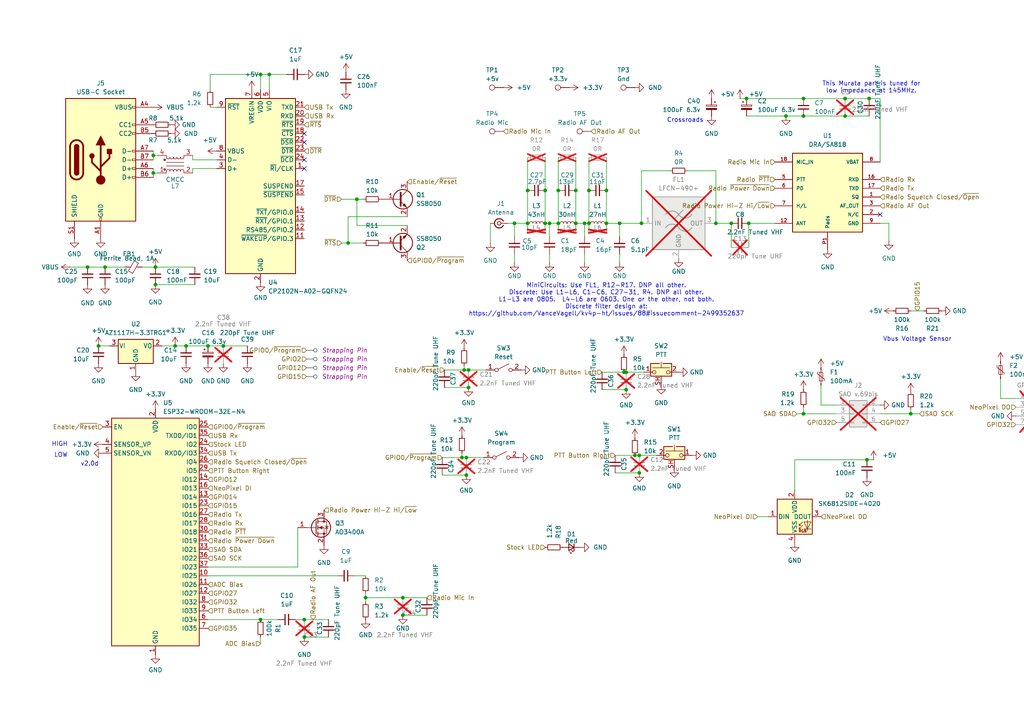
<source format=kicad_sch>
(kicad_sch (version 20231120) (generator "eeschema") (generator_version "8.0")
  (paper "A4")
  (title_block (title "kv4P HT") (date "2024-11-26") (rev "2.0c") (company "VanceVagell") (comment 1 "https://github.com/VanceVagell/kv4p-ht") (comment 2 "v2 hardware by @SmittyHalibut"))
  (junction (at 251.46 133.35))
  (junction (at 170.815 64.77))
  (junction (at 134.62 107.315))
  (junction (at 88.265 184.785))
  (junction (at 233.045 120.015))
  (junction (at 181.61 107.95))
  (junction (at 149.225 64.77))
  (junction (at 30.48 77.47))
  (junction (at 217.17 64.77))
  (junction (at 88.265 179.705))
  (junction (at 135.255 132.715))
  (junction (at 233.045 28.575))
  (junction (at 135.89 112.395))
  (junction (at 45.085 82.55))
  (junction (at 28.575 100.33))
  (junction (at 227.965 33.655))
  (junction (at 245.11 33.655))
  (junction (at 180.975 107.95))
  (junction (at 135.255 137.795))
  (junction (at 116.84 173.355))
  (junction (at 53.975 100.33))
  (junction (at 181.61 113.03))
  (junction (at 133.985 132.715))
  (junction (at 175.895 64.77))
  (junction (at 185.42 137.16))
  (junction (at 153.035 55.245))
  (junction (at 169.545 64.77))
  (junction (at 161.925 55.245))
  (junction (at 212.09 64.77))
  (junction (at 75.565 21.59))
  (junction (at 106.045 173.355))
  (junction (at 184.15 132.08))
  (junction (at 185.42 132.08))
  (junction (at 45.085 77.47))
  (junction (at 245.11 28.575))
  (junction (at 44.45 50.165))
  (junction (at 170.815 55.245))
  (junction (at 167.005 64.77))
  (junction (at 207.645 64.77))
  (junction (at 103.505 57.785))
  (junction (at 158.115 55.245))
  (junction (at 153.035 64.77))
  (junction (at 159.385 64.77))
  (junction (at 50.8 100.33))
  (junction (at 25.4 77.47))
  (junction (at 60.325 100.33))
  (junction (at 44.45 45.085))
  (junction (at 116.84 178.435))
  (junction (at 233.045 33.655))
  (junction (at 135.89 107.315))
  (junction (at 252.095 28.575))
  (junction (at 216.535 28.575))
  (junction (at 158.115 64.77))
  (junction (at 167.005 55.245))
  (junction (at 179.705 64.77))
  (junction (at 78.105 21.59))
  (junction (at 264.16 120.015))
  (junction (at 100.965 70.485))
  (junction (at 75.565 179.705))
  (junction (at 175.895 55.245))
  (junction (at 186.055 64.77))
  (junction (at 64.77 100.33))
  (junction (at 161.925 64.77))
  (no_connect (at 88.265 46.355))
  (no_connect (at 88.265 41.275))
  (no_connect (at 255.27 62.23))
  (no_connect (at 88.265 38.735))
  (no_connect (at 88.265 48.895))
  (wire (pts (xy 233.045 118.11) (xy 233.045 120.015)))
  (wire (pts (xy 199.39 49.53) (xy 207.645 49.53)))
  (wire (pts (xy 217.17 64.77) (xy 224.79 64.77)))
  (wire (pts (xy 75.565 21.59) (xy 78.105 21.59)))
  (wire (pts (xy 185.42 132.08) (xy 190.5 132.08)))
  (wire (pts (xy 135.89 112.395) (xy 128.905 112.395)))
  (wire (pts (xy 169.545 64.77) (xy 170.815 64.77)))
  (wire (pts (xy 158.115 45.72) (xy 158.115 55.245)))
  (wire (pts (xy 99.06 70.485) (xy 100.965 70.485)))
  (wire (pts (xy 20.32 77.47) (xy 25.4 77.47)))
  (wire (pts (xy 167.005 64.77) (xy 169.545 64.77)))
  (wire (pts (xy 118.11 65.405) (xy 103.505 65.405)))
  (wire (pts (xy 75.565 184.785) (xy 75.565 186.69)))
  (wire (pts (xy 175.895 45.72) (xy 175.895 55.245)))
  (wire (pts (xy 161.925 64.77) (xy 161.925 67.31)))
  (wire (pts (xy 46.99 100.33) (xy 50.8 100.33)))
  (wire (pts (xy 142.24 64.77) (xy 142.24 70.485)))
  (wire (pts (xy 159.385 73.66) (xy 159.385 76.2)))
  (wire (pts (xy 175.895 64.77) (xy 175.895 67.31)))
  (wire (pts (xy 167.005 55.245) (xy 167.005 64.77)))
  (wire (pts (xy 133.985 132.715) (xy 133.985 131.445)))
  (wire (pts (xy 175.895 55.245) (xy 175.895 64.77)))
  (wire (pts (xy 75.565 179.705) (xy 80.645 179.705)))
  (wire (pts (xy 169.545 64.77) (xy 169.545 68.58)))
  (wire (pts (xy 153.035 55.245) (xy 153.035 64.77)))
  (wire (pts (xy 118.11 62.865) (xy 100.965 62.865)))
  (wire (pts (xy 44.45 45.085) (xy 44.45 46.355)))
  (wire (pts (xy 186.055 64.77) (xy 186.69 64.77)))
  (wire (pts (xy 233.045 120.015) (xy 242.57 120.015)))
  (wire (pts (xy 106.045 173.355) (xy 106.045 174.625)))
  (wire (pts (xy 167.005 64.77) (xy 167.005 67.31)))
  (wire (pts (xy 41.275 77.47) (xy 45.085 77.47)))
  (wire (pts (xy 216.535 33.655) (xy 227.965 33.655)))
  (wire (pts (xy 55.88 48.895) (xy 62.865 48.895)))
  (wire (pts (xy 181.61 113.03) (xy 174.625 113.03)))
  (wire (pts (xy 207.01 64.77) (xy 207.645 64.77)))
  (wire (pts (xy 227.965 33.655) (xy 233.045 33.655)))
  (wire (pts (xy 88.265 179.705) (xy 95.25 179.705)))
  (wire (pts (xy 100.965 70.485) (xy 105.41 70.485)))
  (wire (pts (xy 179.705 64.77) (xy 179.705 68.58)))
  (wire (pts (xy 233.045 28.575) (xy 245.11 28.575)))
  (wire (pts (xy 264.16 90.17) (xy 267.97 90.17)))
  (wire (pts (xy 238.125 117.475) (xy 242.57 117.475)))
  (wire (pts (xy 245.11 28.575) (xy 252.095 28.575)))
  (wire (pts (xy 255.27 120.015) (xy 264.16 120.015)))
  (wire (pts (xy 133.985 132.715) (xy 128.27 132.715)))
  (wire (pts (xy 184.15 132.08) (xy 185.42 132.08)))
  (wire (pts (xy 44.45 50.165) (xy 45.72 50.165)))
  (wire (pts (xy 290.195 115.57) (xy 294.64 115.57)))
  (wire (pts (xy 134.62 107.315) (xy 134.62 106.045)))
  (wire (pts (xy 88.265 184.785) (xy 95.25 184.785)))
  (wire (pts (xy 60.96 31.115) (xy 62.865 31.115)))
  (wire (pts (xy 153.035 45.72) (xy 153.035 55.245)))
  (wire (pts (xy 159.385 64.77) (xy 161.925 64.77)))
  (wire (pts (xy 212.09 64.77) (xy 212.09 71.755)))
  (wire (pts (xy 116.84 178.435) (xy 123.825 178.435)))
  (wire (pts (xy 103.505 65.405) (xy 103.505 57.785)))
  (wire (pts (xy 53.975 100.33) (xy 60.325 100.33)))
  (wire (pts (xy 45.085 77.47) (xy 56.515 77.47)))
  (wire (pts (xy 149.225 64.77) (xy 153.035 64.77)))
  (wire (pts (xy 179.705 64.77) (xy 186.055 64.77)))
  (wire (pts (xy 158.115 64.77) (xy 159.385 64.77)))
  (wire (pts (xy 186.055 49.53) (xy 186.055 64.77)))
  (wire (pts (xy 55.88 46.355) (xy 62.865 46.355)))
  (wire (pts (xy 135.255 132.715) (xy 133.985 132.715)))
  (wire (pts (xy 85.725 179.705) (xy 88.265 179.705)))
  (wire (pts (xy 149.225 64.77) (xy 149.225 68.58)))
  (wire (pts (xy 161.925 55.245) (xy 161.925 64.77)))
  (wire (pts (xy 103.505 57.785) (xy 105.41 57.785)))
  (wire (pts (xy 55.88 50.165) (xy 55.88 48.895)))
  (wire (pts (xy 230.505 133.35) (xy 230.505 142.24)))
  (wire (pts (xy 207.645 49.53) (xy 207.645 64.77)))
  (wire (pts (xy 153.035 64.77) (xy 153.035 67.31)))
  (wire (pts (xy 64.77 100.33) (xy 71.755 100.33)))
  (wire (pts (xy 60.325 179.705) (xy 75.565 179.705)))
  (wire (pts (xy 149.225 73.66) (xy 149.225 76.2)))
  (wire (pts (xy 169.545 73.66) (xy 169.545 76.2)))
  (wire (pts (xy 170.815 45.72) (xy 170.815 55.245)))
  (wire (pts (xy 161.925 45.72) (xy 161.925 55.245)))
  (wire (pts (xy 175.895 64.77) (xy 179.705 64.77)))
  (wire (pts (xy 174.625 107.95) (xy 180.975 107.95)))
  (wire (pts (xy 44.45 43.815) (xy 44.45 45.085)))
  (wire (pts (xy 158.115 64.77) (xy 158.115 67.31)))
  (wire (pts (xy 60.96 21.59) (xy 60.96 26.035)))
  (wire (pts (xy 216.535 28.575) (xy 233.045 28.575)))
  (wire (pts (xy 102.87 167.005) (xy 106.045 167.005)))
  (wire (pts (xy 44.45 48.895) (xy 44.45 50.165)))
  (wire (pts (xy 264.16 120.015) (xy 266.7 120.015)))
  (wire (pts (xy 30.48 77.47) (xy 36.195 77.47)))
  (wire (pts (xy 147.32 64.77) (xy 149.225 64.77)))
  (wire (pts (xy 44.45 45.085) (xy 45.72 45.085)))
  (wire (pts (xy 181.61 107.95) (xy 186.69 107.95)))
  (wire (pts (xy 179.705 73.66) (xy 179.705 76.2)))
  (wire (pts (xy 159.385 64.77) (xy 159.385 68.58)))
  (wire (pts (xy 128.905 107.315) (xy 134.62 107.315)))
  (wire (pts (xy 116.84 173.355) (xy 123.825 173.355)))
  (wire (pts (xy 252.095 28.575) (xy 255.27 28.575)))
  (wire (pts (xy 217.17 64.77) (xy 217.17 71.755)))
  (wire (pts (xy 257.81 64.77) (xy 257.81 69.85)))
  (wire (pts (xy 167.005 45.72) (xy 167.005 55.245)))
  (wire (pts (xy 75.565 26.035) (xy 75.565 21.59)))
  (wire (pts (xy 231.14 120.015) (xy 233.045 120.015)))
  (wire (pts (xy 135.89 107.315) (xy 140.97 107.315)))
  (wire (pts (xy 170.815 55.245) (xy 170.815 64.77)))
  (wire (pts (xy 185.42 137.16) (xy 178.435 137.16)))
  (wire (pts (xy 60.325 167.005) (xy 97.79 167.005)))
  (wire (pts (xy 135.89 107.315) (xy 134.62 107.315)))
  (wire (pts (xy 255.27 64.77) (xy 257.81 64.77)))
  (wire (pts (xy 28.575 100.33) (xy 31.75 100.33)))
  (wire (pts (xy 60.325 164.465) (xy 86.36 164.465)))
  (wire (pts (xy 106.045 172.085) (xy 106.045 173.355)))
  (wire (pts (xy 106.045 173.355) (xy 116.84 173.355)))
  (wire (pts (xy 170.815 64.77) (xy 170.815 67.31)))
  (wire (pts (xy 251.46 133.35) (xy 230.505 133.35)))
  (wire (pts (xy 135.255 132.715) (xy 140.335 132.715)))
  (wire (pts (xy 25.4 77.47) (xy 30.48 77.47)))
  (wire (pts (xy 245.11 33.655) (xy 252.095 33.655)))
  (wire (pts (xy 253.365 133.35) (xy 251.46 133.35)))
  (wire (pts (xy 55.88 45.085) (xy 55.88 46.355)))
  (wire (pts (xy 290.195 109.855) (xy 290.195 115.57)))
  (wire (pts (xy 78.105 21.59) (xy 83.185 21.59)))
  (wire (pts (xy 255.27 46.99) (xy 255.27 28.575)))
  (wire (pts (xy 238.125 111.76) (xy 238.125 117.475)))
  (wire (pts (xy 219.71 149.86) (xy 222.885 149.86)))
  (wire (pts (xy 44.45 50.165) (xy 44.45 51.435)))
  (wire (pts (xy 86.36 164.465) (xy 86.36 153.035)))
  (wire (pts (xy 100.965 62.865) (xy 100.965 70.485)))
  (wire (pts (xy 180.975 107.95) (xy 181.61 107.95)))
  (wire (pts (xy 99.06 57.785) (xy 103.505 57.785)))
  (wire (pts (xy 158.115 55.245) (xy 158.115 64.77)))
  (wire (pts (xy 184.15 132.08) (xy 178.435 132.08)))
  (wire (pts (xy 45.085 82.55) (xy 56.515 82.55)))
  (wire (pts (xy 194.31 49.53) (xy 186.055 49.53)))
  (wire (pts (xy 233.045 33.655) (xy 245.11 33.655)))
  (wire (pts (xy 207.645 64.77) (xy 212.09 64.77)))
  (wire (pts (xy 50.8 100.33) (xy 53.975 100.33)))
  (wire (pts (xy 60.325 100.33) (xy 64.77 100.33)))
  (wire (pts (xy 135.255 137.795) (xy 128.27 137.795)))
  (wire (pts (xy 78.105 26.035) (xy 78.105 21.59)))
  (wire (pts (xy 214.63 28.575) (xy 216.535 28.575)))
  (wire (pts (xy 264.16 118.745) (xy 264.16 120.015)))
  (wire (pts (xy 75.565 21.59) (xy 60.96 21.59)))
  (text "MiniCircuits: Use FL1, R12-R17. DNP all other.\nDiscrete: Use L1-L6, C1-C6, C27-31, R4. DNP all other.\nL1-L3 are 0805.  L4-L6 are 0603. One or the other, not both.\nDiscrete filter design at:\nhttps://github.com/VanceVagell/kv4p-ht/issues/88#issuecomment-2499352637" (at 175.895 86.995 0) (effects (font (size 1.27 1.27))))
  (text "Crossroads" (at 198.755 34.925 0) (effects (font (size 1.27 1.27))))
  (text "v2.0d" (at 26.035 134.62 0) (effects (font (size 1.27 1.27))))
  (text "LOW" (at 19.685 132.08 0) (effects (font (size 1.27 1.27)) (justify right)))
  (text "HIGH" (at 19.685 128.905 0) (effects (font (size 1.27 1.27)) (justify right)))
  (text "This Murata part is tuned for\nlow impedance at 145MHz." (at 252.73 25.4 0) (effects (font (size 1.27 1.27))))
  (text "Vbus Voltage Sensor" (at 266.065 98.425 0) (effects (font (size 1.27 1.27))))
  (hierarchical_label "Enable{slash}~{Reset}" (shape input) (at 128.905 107.315 180))
  (hierarchical_label "SAO SCK" (shape input) (at 266.7 120.015 0))
  (hierarchical_label "SAO SCK" (shape input) (at 60.325 161.925 0))
  (hierarchical_label "Radio Squelch Closed{slash}~{Open}" (shape input) (at 60.325 133.985 0))
  (hierarchical_label "~{RTS}" (shape input) (at 88.265 36.195 0))
  (hierarchical_label "GPIO15" (shape input) (at 307.34 120.65 0))
  (hierarchical_label "Radio Rx" (shape input) (at 255.27 52.07 0))
  (hierarchical_label "Radio Rx" (shape input) (at 60.325 151.765 0))
  (hierarchical_label "GPIO12" (shape input) (at 88.9 106.68 180))
  (hierarchical_label "GPIO27" (shape input) (at 255.27 122.555 0))
  (hierarchical_label "~{RTS}" (shape input) (at 99.06 70.485 180))
  (hierarchical_label "GPIO2" (shape input) (at 88.9 104.14 180))
  (hierarchical_label "PTT Button Right" (shape input) (at 60.325 136.525 0))
  (hierarchical_label "~{DTR}" (shape input) (at 99.06 57.785 180))
  (hierarchical_label "ADC Bias" (shape input) (at 75.565 186.69 180))
  (hierarchical_label "PTT Button Left" (shape input) (at 174.625 107.95 180))
  (hierarchical_label "GPIO0{slash}~{Program}" (shape input) (at 118.11 75.565 0))
  (hierarchical_label "NeoPixel DO" (shape input) (at 238.125 149.86 0))
  (hierarchical_label "Enable{slash}~{Reset}" (shape input) (at 29.845 123.825 180))
  (hierarchical_label "Stock LED" (shape input) (at 60.325 128.905 0))
  (hierarchical_label "USB Tx" (shape input) (at 60.325 131.445 0))
  (hierarchical_label "Radio AF Out" (shape input) (at 255.27 59.69 0))
  (hierarchical_label "GPIO0{slash}~{Program}" (shape input) (at 128.27 132.715 180))
  (hierarchical_label "USB Tx" (shape input) (at 88.265 31.115 0))
  (hierarchical_label "GPIO32" (shape input) (at 60.325 174.625 0))
  (hierarchical_label "GPIO12" (shape input) (at 60.325 139.065 0))
  (hierarchical_label "Radio Mic In" (shape input) (at 123.825 173.355 0))
  (hierarchical_label "Stock LED" (shape input) (at 158.115 158.75 180))
  (hierarchical_label "GPIO0{slash}~{Program}" (shape input) (at 60.325 123.825 0))
  (hierarchical_label "Radio Squelch Closed{slash}~{Open}" (shape input) (at 255.27 57.15 0))
  (hierarchical_label "NeoPixel DO" (shape input) (at 294.64 118.11 180))
  (hierarchical_label "GPIO35" (shape input) (at 307.34 123.19 0))
  (hierarchical_label "ADC Bias" (shape input) (at 60.325 169.545 0))
  (hierarchical_label "Enable{slash}~{Reset}" (shape input) (at 118.11 52.705 0))
  (hierarchical_label "Radio Power Hi-Z Hi{slash}~{Low}" (shape input) (at 93.98 147.955 0))
  (hierarchical_label "USB Rx" (shape input) (at 88.265 33.655 0))
  (hierarchical_label "USB Rx" (shape input) (at 60.325 126.365 0))
  (hierarchical_label "Radio Tx" (shape input) (at 60.325 149.225 0))
  (hierarchical_label "Radio AF Out" (shape input) (at 171.45 38.1 0))
  (hierarchical_label "Radio Mic In" (shape input) (at 224.79 46.99 180))
  (hierarchical_label "GPIO15" (shape input) (at 266.065 90.17 90))
  (hierarchical_label "GPIO15" (shape input) (at 88.9 109.22 180))
  (hierarchical_label "Radio Power Hi-Z Hi{slash}~{Low}" (shape input) (at 224.79 59.69 180))
  (hierarchical_label "PTT Button Left" (shape input) (at 60.325 177.165 0))
  (hierarchical_label "NeoPixel DI" (shape input) (at 60.325 141.605 0))
  (hierarchical_label "GPIO14" (shape input) (at 60.325 144.145 0))
  (hierarchical_label "Radio AF Out" (shape input) (at 90.805 179.705 90))
  (hierarchical_label "NeoPixel DI" (shape input) (at 219.71 149.86 180))
  (hierarchical_label "GPIO27" (shape input) (at 60.325 172.085 0))
  (hierarchical_label "Radio ~{PTT}" (shape input) (at 224.79 52.07 180))
  (hierarchical_label "Radio ~{Power Down}" (shape input) (at 224.79 54.61 180))
  (hierarchical_label "GPIO32" (shape input) (at 294.64 123.19 180))
  (hierarchical_label "GPIO15" (shape input) (at 60.325 146.685 0))
  (hierarchical_label "GPIO0{slash}~{Program}" (shape input) (at 88.9 101.6 180))
  (hierarchical_label "GPIO12" (shape input) (at 307.34 115.57 0))
  (hierarchical_label "~{DTR}" (shape input) (at 88.265 43.815 0))
  (hierarchical_label "Radio Tx" (shape input) (at 255.27 54.61 0))
  (hierarchical_label "PTT Button Right" (shape input) (at 178.435 132.08 180))
  (hierarchical_label "GPIO35" (shape input) (at 60.325 182.245 0))
  (hierarchical_label "GPIO14" (shape input) (at 307.34 118.11 0))
  (hierarchical_label "SAO SDA" (shape input) (at 60.325 159.385 0))
  (hierarchical_label "Radio Mic In" (shape input) (at 146.05 38.1 0))
  (hierarchical_label "GPIO32" (shape input) (at 242.57 122.555 180))
  (hierarchical_label "SAO SDA" (shape input) (at 231.14 120.015 180))
  (hierarchical_label "Radio ~{Power Down}" (shape input) (at 60.325 156.845 0))
  (hierarchical_label "Radio ~{PTT}" (shape input) (at 60.325 154.305 0))
  (netclass_flag "" (length 2.54) (shape round) (at 88.9 104.14 270) (property "Netclass" "Strapping Pin" (at 93.345 104.14 0) (effects (font (italic yes)) (justify left))))
  (netclass_flag "" (length 2.54) (shape round) (at 88.9 101.6 270) (property "Netclass" "Strapping Pin" (at 93.345 101.6 0) (effects (font (italic yes)) (justify left))))
  (netclass_flag "" (length 2.54) (shape round) (at 88.9 109.22 270) (property "Netclass" "Strapping Pin" (at 93.345 109.22 0) (effects (font (italic yes)) (justify left))))
  (netclass_flag "" (length 2.54) (shape round) (at 88.9 106.68 270) (property "Netclass" "Strapping Pin" (at 93.345 106.68 0) (effects (font (italic yes)) (justify left))))
  (symbol (lib_id "Device:R_Small") (at 270.51 90.17 90) (mirror x) (unit 1)
    (property "Reference" "R21" (at 270.51 95.25 90))
    (property "Value" "100k" (at 270.51 92.71 90))
    (property "Footprint" "Resistor_SMD:R_0603_1608Metric" (effects (hide yes)))
    (property "Description" "Resistor, small symbol" (effects (hide yes)))
    (property "LCSC" "C25803" (effects (hide yes)))
  )
  (symbol (lib_id "Device:C_Small") (at 181.61 110.49 0) (unit 1) (dnp yes)
    (property "Reference" "C28" (at 184.785 109.2262 0) (effects (justify left)))
    (property "Value" "2.2nF Tuned VHF" (at 184.785 111.7662 0) (effects (justify left)))
    (property "Footprint" "Capacitor_SMD:C_0603_1608Metric" (effects (hide yes)))
    (property "Description" "Unpolarized capacitor, small symbol" (effects (hide yes)))
    (property "LCSC" "C2168957" (effects (hide yes)))
    (property "Manufacturer" "Murata" (effects (hide yes)))
    (property "Part Number" "GCM1885C1H222FA16D" (effects (hide yes)))
    (property "Alternate LCSC" "C882578, C2168957" (effects (hide yes)))
  )
  (symbol (lib_id "power:GND") (at 185.42 137.16 0) (unit 1)
    (property "Reference" "#PWR27" (effects (hide yes)))
    (property "Value" "GND" (at 185.42 141.605 0))
    (property "Description" "Power symbol creates a global label with name \"GND\" , ground" (effects (hide yes)))
  )
  (symbol (lib_id "Device:L_Small") (at 155.575 64.77 90) (unit 1)
    (property "Reference" "L3" (at 155.575 59.69 90))
    (property "Value" "43nH" (at 155.575 62.23 90))
    (property "Footprint" "kv4p-ht:L_0805_2115Metric (Murata Inductors)" (effects (hide yes)))
    (property "LCSC" "C1330253" (effects (hide yes)))
    (property "Part Number" "LQW2BAN43NG00L" (effects (hide yes)))
    (property "Alternate LCSC" "C1330253 (0805), C574016 (0603)" (effects (hide yes)))
  )
  (symbol (lib_id "power:GND") (at 168.275 158.75 90) (unit 1)
    (property "Reference" "#PWR53" (effects (hide yes)))
    (property "Value" "GND" (at 172.085 158.7499 90) (effects (justify right)))
    (property "Description" "Power symbol creates a global label with name \"GND\" , ground" (effects (hide yes)))
  )
  (symbol (lib_id "Interface_USB:CP2102N-Axx-xQFN24") (at 75.565 53.975 0) (unit 1)
    (property "Reference" "U4" (at 77.7591 81.915 0) (effects (justify left)))
    (property "Value" "CP2102N-A02-GQFN24" (at 77.7591 84.455 0) (effects (justify left)))
    (property "Footprint" "Package_DFN_QFN:QFN-24-1EP_4x4mm_P0.5mm_EP2.6x2.6mm" (effects (hide yes)))
    (property "Datasheet" "https://www.silabs.com/documents/public/data-sheets/cp2102n-datasheet.pdf" (effects (hide yes)))
    (property "Description" "USB to UART master bridge, QFN-24" (effects (hide yes)))
    (property "LCSC" "C969151" (effects (hide yes)))
  )
  (symbol (lib_id "Device:R_Small") (at 107.95 70.485 270) (unit 1)
    (property "Reference" "R11" (at 107.95 65.405 90))
    (property "Value" "10k" (at 107.95 67.945 90))
    (property "Footprint" "Resistor_SMD:R_0603_1608Metric" (effects (hide yes)))
    (property "LCSC" "C25804" (effects (hide yes)))
  )
  (symbol (lib_id "power:+5V") (at 253.365 133.35 0) (unit 1)
    (property "Reference" "#PWR014" (effects (hide yes)))
    (property "Value" "+5V" (at 255.905 132.0799 0) (effects (justify left)))
    (property "Description" "Power symbol creates a global label with name \"+5V\"" (effects (hide yes)))
  )
  (symbol (lib_id "Device:C_Small") (at 53.975 102.87 0) (mirror x) (unit 1)
    (property "Reference" "C14" (at 51.435 101.5935 0) (effects (justify right)))
    (property "Value" "10uF" (at 51.435 104.1335 0) (effects (justify right)))
    (property "Footprint" "Capacitor_SMD:C_0805_2012Metric" (effects (hide yes)))
    (property "Description" "Unpolarized capacitor, small symbol" (effects (hide yes)))
    (property "LCSC" "C15850" (effects (hide yes)))
  )
  (symbol (lib_id "Device:C_Polarized_Small") (at 60.325 102.87 0) (unit 1)
    (property "Reference" "C16" (at 58.42 96.52 0) (effects (justify left)))
    (property "Value" "100uF 6.3v" (at 54.61 99.06 0) (effects (justify left)))
    (property "Footprint" "Capacitor_Tantalum_SMD:CP_EIA-3528-21_Kemet-B" (effects (hide yes)))
    (property "Description" "Polarized capacitor, small symbol" (effects (hide yes)))
    (property "LCSC" "C16133" (effects (hide yes)))
  )
  (symbol (lib_id "Device:C_Small") (at 159.385 71.12 180) (unit 1)
    (property "Reference" "C1" (at 162.56 69.8435 0) (effects (justify right)))
    (property "Value" "18pF" (at 162.56 72.3835 0) (effects (justify right)))
    (property "Footprint" "Capacitor_SMD:C_0402_1005Metric" (effects (hide yes)))
    (property "LCSC" "C1549" (effects (hide yes)))
    (property "Part Number" "Ya basic." (effects (hide yes)))
  )
  (symbol (lib_id "RF_Module:ESP32-WROOM-32E") (at 45.085 154.305 0) (unit 1)
    (property "Reference" "U5" (at 47.2791 116.84 0) (effects (justify left)))
    (property "Value" "ESP32-WROOM-32E-N4" (at 47.2791 119.38 0) (effects (justify left)))
    (property "Footprint" "RF_Module:ESP32-WROOM-32D" (effects (hide yes)))
    (property "Datasheet" "https://www.espressif.com/sites/default/files/documentation/esp32-wroom-32e_esp32-wroom-32ue_datasheet_en.pdf" (effects (hide yes)))
    (property "Description" "RF Module, ESP32-D0WD-V3 SoC, without PSRAM, Wi-Fi 802.11b/g/n, Bluetooth, BLE, 32-bit, 2.7-3.6V, onboard antenna, SMD" (effects (hide yes)))
    (property "LCSC" "C701341" (effects (hide yes)))
    (property "Alternate LCSC" "C3013935 (-H4 high temp), C701342 (-N8 8M RAM), C701343 (-N16 16M RAM)" (effects (hide yes)))
  )
  (symbol (lib_id "Regulator_Linear:AZ1117-3.3") (at 39.37 100.33 0) (unit 1)
    (property "Reference" "U2" (at 39.37 93.98 0))
    (property "Value" "AZ1117H-3.3TRG1" (at 39.37 96.52 0))
    (property "Footprint" "Package_TO_SOT_SMD:SOT-223-3_TabPin2" (effects (hide yes)))
    (property "Datasheet" "https://www.diodes.com/assets/Datasheets/AZ1117.pdf" (effects (hide yes)))
    (property "Description" "1A 20V Fixed LDO Linear Regulator, 3.3V, SOT-89/SOT-223/TO-220/TO-252/TO-263" (effects (hide yes)))
    (property "LCSC" "C110474" (effects (hide yes)))
  )
  (symbol (lib_id "Connector_Generic:Conn_02x03_Odd_Even") (at 247.65 120.015 0) (unit 1) (dnp yes)
    (property "Reference" "J2" (at 248.92 111.76 0))
    (property "Value" "SAO v.69bis" (at 248.92 114.3 0))
    (property "Footprint" "Connector_PinHeader_2.54mm:PinHeader_2x03_P2.54mm_Vertical_SMD" (effects (hide yes)))
    (property "Description" "Generic connector, double row, 02x03, odd/even pin numbering scheme (row 1 odd numbers, row 2 even numbers), script generated (kicad-library-utils/schlib/autogen/connector/)" (effects (hide yes)))
    (property "LCSC" "C192301" (effects (hide yes)))
    (property "Alternate LCSC" "C3152771" (effects (hide yes)))
  )
  (symbol (lib_id "power:+5V") (at 28.575 100.33 0) (unit 1)
    (property "Reference" "#PWR045" (effects (hide yes)))
    (property "Value" "+5V" (at 28.575 95.885 0))
    (property "Description" "Power symbol creates a global label with name \"+5V\"" (effects (hide yes)))
  )
  (symbol (lib_id "Device:LED_Small") (at 165.735 158.75 180) (unit 1)
    (property "Reference" "D1" (at 165.735 154.94 0))
    (property "Value" "Red" (at 165.735 156.845 0))
    (property "Footprint" "LED_SMD:LED_0603_1608Metric" (effects (hide yes)))
    (property "Description" "Light emitting diode, small symbol" (effects (hide yes)))
    (property "LCSC" "C2286" (effects (hide yes)))
  )
  (symbol (lib_id "Device:L_Small") (at 173.355 67.31 90) (unit 1) (in_bom no) (dnp yes)
    (property "Reference" "L6" (at 173.355 66.04 90))
    (property "Value" "~" (at 173.355 64.77 90))
    (property "Footprint" "Inductor_SMD:L_0603_1608Metric" (effects (hide yes)))
  )
  (symbol (lib_id "Device:L_Small") (at 155.575 67.31 90) (unit 1) (in_bom no) (dnp yes)
    (property "Reference" "L4" (at 155.575 66.04 90))
    (property "Value" "~" (at 155.575 64.77 90))
    (property "Footprint" "Inductor_SMD:L_0603_1608Metric" (effects (hide yes)))
  )
  (symbol (lib_id "power:GND") (at 195.58 135.89 0) (unit 1)
    (property "Reference" "#PWR55" (effects (hide yes)))
    (property "Value" "GND" (at 195.58 140.97 0))
    (property "Description" "Power symbol creates a global label with name \"GND\" , ground" (effects (hide yes)))
  )
  (symbol (lib_id "power:+5V") (at 206.375 28.575 0) (mirror y) (unit 1)
    (property "Reference" "#PWR72" (effects (hide yes)))
    (property "Value" "+5V" (at 208.915 27.3049 0) (effects (justify right)))
    (property "Description" "Power symbol creates a global label with name \"+5V\"" (effects (hide yes)))
  )
  (symbol (lib_id "power:+5V") (at 259.08 90.17 90) (unit 1)
    (property "Reference" "#PWR066" (effects (hide yes)))
    (property "Value" "+5V" (at 255.905 90.1699 90) (effects (justify left)))
    (property "Description" "Power symbol creates a global label with name \"+5V\"" (effects (hide yes)))
  )
  (symbol (lib_id "Device:R_Small") (at 106.045 177.165 180) (unit 1)
    (property "Reference" "R3" (at 108.585 175.8949 0) (effects (justify right)))
    (property "Value" "1.2k" (at 108.585 178.4349 0) (effects (justify right)))
    (property "Footprint" "Resistor_SMD:R_0603_1608Metric" (effects (hide yes)))
    (property "LCSC" "C22765" (effects (hide yes)))
  )
  (symbol (lib_id "power:GND") (at 150.495 132.715 90) (unit 1)
    (property "Reference" "#PWR047" (effects (hide yes)))
    (property "Value" "GND" (at 153.67 132.7149 90) (effects (justify right)))
    (property "Description" "Power symbol creates a global label with name \"GND\" , ground" (effects (hide yes)))
  )
  (symbol (lib_id "power:+3.3V") (at 184.15 127 0) (unit 1)
    (property "Reference" "#PWR10" (effects (hide yes)))
    (property "Value" "+3.3V" (at 184.15 122.555 0))
    (property "Description" "Power symbol creates a global label with name \"+3.3V\"" (effects (hide yes)))
  )
  (symbol (lib_id "Device:C_Small") (at 173.355 55.245 90) (mirror x) (unit 1)
    (property "Reference" "C31" (at 171.45 50.8 90) (effects (justify right)))
    (property "Value" "11pF" (at 170.815 52.705 90) (effects (justify right)))
    (property "Footprint" "Capacitor_SMD:C_0402_1005Metric" (effects (hide yes)))
    (property "LCSC" "C527000" (effects (hide yes)))
  )
  (symbol (lib_id "Connector:TestPoint") (at 165.1 25.4 90) (unit 1) (in_bom no)
    (property "Reference" "TP2" (at 161.798 20.32 90))
    (property "Value" "+3.3v" (at 161.798 22.86 90))
    (property "Footprint" "TestPoint:TestPoint_Pad_D1.5mm" (effects (hide yes)))
    (property "Description" "test point" (effects (hide yes)))
  )
  (symbol (lib_id "power:VBUS") (at 44.45 31.115 270) (unit 1)
    (property "Reference" "#PWR043" (effects (hide yes)))
    (property "Value" "VBUS" (at 48.26 31.1149 90) (effects (justify left)))
    (property "Description" "Power symbol creates a global label with name \"VBUS\"" (effects (hide yes)))
  )
  (symbol (lib_id "Connector:TestPoint") (at 146.05 38.1 90) (unit 1) (in_bom no)
    (property "Reference" "TP4" (at 142.748 33.02 90))
    (property "Value" "Radio Mic" (at 142.748 35.56 90))
    (property "Footprint" "TestPoint:TestPoint_Pad_D1.5mm" (effects (hide yes)))
    (property "Description" "test point" (effects (hide yes)))
  )
  (symbol (lib_id "power:+3.3V") (at 134.62 100.965 0) (unit 1)
    (property "Reference" "#PWR048" (effects (hide yes)))
    (property "Value" "+3.3V" (at 134.62 96.52 0))
    (property "Description" "Power symbol creates a global label with name \"+3.3V\"" (effects (hide yes)))
  )
  (symbol (lib_id "power:GND") (at 64.77 105.41 0) (unit 1)
    (property "Reference" "#PWR56" (effects (hide yes)))
    (property "Value" "GND" (at 64.77 110.49 0))
    (property "Description" "Power symbol creates a global label with name \"GND\" , ground" (effects (hide yes)))
  )
  (symbol (lib_id "power:+5V") (at 100.33 20.955 0) (unit 1)
    (property "Reference" "#PWR25" (effects (hide yes)))
    (property "Value" "+5V" (at 100.33 16.51 0))
    (property "Description" "Power symbol creates a global label with name \"+5V\"" (effects (hide yes)))
  )
  (symbol (lib_id "Device:R_Small") (at 160.655 158.75 90) (mirror x) (unit 1)
    (property "Reference" "R18" (at 161.9251 156.21 0) (effects (justify right)))
    (property "Value" "1.2k" (at 159.3851 156.21 0) (effects (justify right)))
    (property "Footprint" "Resistor_SMD:R_0603_1608Metric" (effects (hide yes)))
    (property "LCSC" "C22765" (effects (hide yes)))
  )
  (symbol (lib_id "Device:L_Small") (at 173.355 64.77 90) (unit 1)
    (property "Reference" "L1" (at 173.355 59.69 90))
    (property "Value" "27nH" (at 173.355 62.23 90))
    (property "Footprint" "kv4p-ht:L_0805_2115Metric (Murata Inductors)" (effects (hide yes)))
    (property "LCSC" "C1330812" (effects (hide yes)))
    (property "Part Number" "LQW2BAN27NJ00L" (effects (hide yes)))
  )
  (symbol (lib_id "Device:R_Small") (at 46.99 38.735 90) (mirror x) (unit 1)
    (property "Reference" "R7" (at 45.72 40.64 90) (effects (justify left)))
    (property "Value" "5.1k" (at 52.705 40.64 90) (effects (justify left)))
    (property "Footprint" "Resistor_SMD:R_0603_1608Metric" (effects (hide yes)))
    (property "Description" "Resistor, small symbol" (effects (hide yes)))
    (property "LCSC" "C26000" (effects (hide yes)))
  )
  (symbol (lib_id "power:GND") (at 151.13 107.315 90) (unit 1)
    (property "Reference" "#PWR046" (effects (hide yes)))
    (property "Value" "GND" (at 154.305 107.3149 90) (effects (justify right)))
    (property "Description" "Power symbol creates a global label with name \"GND\" , ground" (effects (hide yes)))
  )
  (symbol (lib_id "Device:R_Small") (at 180.975 105.41 0) (unit 1)
    (property "Reference" "R5" (at 183.515 104.1399 0) (effects (justify left)))
    (property "Value" "10k" (at 183.515 106.6799 0) (effects (justify left)))
    (property "Footprint" "Resistor_SMD:R_0603_1608Metric" (effects (hide yes)))
    (property "LCSC" "C25804" (effects (hide yes)))
  )
  (symbol (lib_id "power:GND") (at 196.85 74.93 0) (unit 1)
    (property "Reference" "#PWR18" (effects (hide yes)))
    (property "Value" "GND" (at 196.85 78.74 0))
    (property "Description" "Power symbol creates a global label with name \"GND\" , ground" (effects (hide yes)))
  )
  (symbol (lib_id "power:GND") (at 60.325 105.41 0) (unit 1)
    (property "Reference" "#PWR032" (effects (hide yes)))
    (property "Value" "GND" (at 60.325 110.49 0))
    (property "Description" "Power symbol creates a global label with name \"GND\" , ground" (effects (hide yes)))
  )
  (symbol (lib_id "Device:C_Small") (at 214.63 64.77 90) (unit 1)
    (property "Reference" "C8" (at 214.63 62.23 90))
    (property "Value" "2.2nF Tuned VHF" (at 219.075 67.31 90))
    (property "Footprint" "Capacitor_SMD:C_0603_1608Metric" (effects (hide yes)))
    (property "Description" "Unpolarized capacitor, small symbol" (effects (hide yes)))
    (property "LCSC" "C2168957" (effects (hide yes)))
    (property "Manufacturer" "Murata" (effects (hide yes)))
    (property "Part Number" "GCM1885C1H222FA16D" (effects (hide yes)))
    (property "Alternate LCSC" "C882578, C2168957" (effects (hide yes)))
  )
  (symbol (lib_id "power:GND") (at 206.375 33.655 0) (unit 1)
    (property "Reference" "#PWR73" (effects (hide yes)))
    (property "Value" "GND" (at 206.375 38.735 0))
    (property "Description" "Power symbol creates a global label with name \"GND\" , ground" (effects (hide yes)))
  )
  (symbol (lib_id "Device:C_Small") (at 30.48 80.01 180) (unit 1)
    (property "Reference" "C15" (at 33.274 78.7335 0) (effects (justify right)))
    (property "Value" "100pF" (at 33.274 81.2735 0) (effects (justify right)))
    (property "Footprint" "Capacitor_SMD:C_0603_1608Metric" (effects (hide yes)))
    (property "Description" "Unpolarized capacitor, small symbol" (effects (hide yes)))
    (property "LCSC" "C14858" (effects (hide yes)))
  )
  (symbol (lib_id "power:GND") (at 255.27 117.475 90) (mirror x) (unit 1)
    (property "Reference" "#PWR63" (effects (hide yes)))
    (property "Value" "GND" (at 258.445 117.4749 90) (effects (justify right)))
    (property "Description" "Power symbol creates a global label with name \"GND\" , ground" (effects (hide yes)))
  )
  (symbol (lib_id "power:GND") (at 159.385 76.2 0) (unit 1)
    (property "Reference" "#PWR07" (effects (hide yes)))
    (property "Value" "GND" (at 159.385 80.01 0))
    (property "Description" "Power symbol creates a global label with name \"GND\" , ground" (effects (hide yes)))
  )
  (symbol (lib_id "Transistor_BJT:SS8050") (at 115.57 57.785 0) (unit 1)
    (property "Reference" "Q1" (at 120.65 56.5149 0) (effects (justify left)))
    (property "Value" "SS8050" (at 120.65 59.0549 0) (effects (justify left)))
    (property "Footprint" "Package_TO_SOT_SMD:SOT-23" (effects (hide yes)))
    (property "Datasheet" "http://www.secosgmbh.com/datasheet/products/SSMPTransistor/SOT-23/SS8050.pdf" (effects (hide yes)))
    (property "Description" "General Purpose NPN Transistor, 1.5A Ic, 25V Vce, SOT-23" (effects (hide yes)))
    (property "LCSC" "C2150" (effects (hide yes)))
  )
  (symbol (lib_id "Device:C_Small") (at 149.225 71.12 180) (unit 1)
    (property "Reference" "C5" (at 151.5491 69.9014 0) (effects (justify right)))
    (property "Value" "10pF" (at 151.13 71.755 0) (effects (justify right)))
    (property "Footprint" "Capacitor_SMD:C_0402_1005Metric" (effects (hide yes)))
    (property "LCSC" "C32949" (effects (hide yes)))
    (property "Part Number" "Ya so basic." (effects (hide yes)))
  )
  (symbol (lib_id "Device:R_Small") (at 264.16 116.205 180) (unit 1)
    (property "Reference" "R20" (at 266.7 114.9349 0) (effects (justify right)))
    (property "Value" "1.2k" (at 266.7 117.4749 0) (effects (justify right)))
    (property "Footprint" "Resistor_SMD:R_0603_1608Metric" (effects (hide yes)))
    (property "LCSC" "C22765" (effects (hide yes)))
  )
  (symbol (lib_id "Device:C_Small") (at 252.095 31.115 180) (unit 1)
    (property "Reference" "C30" (at 249.555 31.115 90))
    (property "Value" "220pF Tune UHF" (at 254.635 26.67 90))
    (property "Footprint" "Capacitor_SMD:C_0603_1608Metric" (effects (hide yes)))
    (property "Description" "Unpolarized capacitor, small symbol" (effects (hide yes)))
    (property "LCSC" "C388907" (effects (hide yes)))
    (property "Manufacturer" "Murata" (effects (hide yes)))
    (property "Part Number" "GCM1885C2A221JA16D" (effects (hide yes)))
  )
  (symbol (lib_id "Device:R_Small") (at 46.99 36.195 90) (unit 1)
    (property "Reference" "R8" (at 45.72 34.29 90) (effects (justify left)))
    (property "Value" "5.1k" (at 53.34 34.29 90) (effects (justify left)))
    (property "Footprint" "Resistor_SMD:R_0603_1608Metric" (effects (hide yes)))
    (property "Description" "Resistor, small symbol" (effects (hide yes)))
    (property "LCSC" "C26000" (effects (hide yes)))
  )
  (symbol (lib_id "Transistor_FET:AO3400A") (at 91.44 153.035 0) (unit 1)
    (property "Reference" "Q3" (at 97.155 151.7649 0) (effects (justify left)))
    (property "Value" "AO3400A" (at 97.155 154.3049 0) (effects (justify left)))
    (property "Footprint" "Package_TO_SOT_SMD:SOT-23" (effects (hide yes)))
    (property "Datasheet" "http://www.aosmd.com/pdfs/datasheet/AO3400A.pdf" (effects (hide yes)))
    (property "Description" "30V Vds, 5.7A Id, N-Channel MOSFET, SOT-23" (effects (hide yes)))
    (property "LCSC" "C20917" (effects (hide yes)))
  )
  (symbol (lib_id "power:GND") (at 28.575 105.41 0) (unit 1)
    (property "Reference" "#PWR029" (effects (hide yes)))
    (property "Value" "GND" (at 28.575 110.49 0))
    (property "Description" "Power symbol creates a global label with name \"GND\" , ground" (effects (hide yes)))
  )
  (symbol (lib_id "power:GND") (at 88.265 21.59 90) (unit 1)
    (property "Reference" "#PWR033" (effects (hide yes)))
    (property "Value" "GND" (at 91.44 21.5899 90) (effects (justify right)))
    (property "Description" "Power symbol creates a global label with name \"GND\" , ground" (effects (hide yes)))
  )
  (symbol (lib_id "power:GND") (at 49.53 38.735 90) (unit 1)
    (property "Reference" "#PWR041" (effects (hide yes)))
    (property "Value" "GND" (at 53.34 38.7349 90) (effects (justify right)))
    (property "Description" "Power symbol creates a global label with name \"GND\" , ground" (effects (hide yes)))
  )
  (symbol (lib_id "Device:C_Small") (at 174.625 110.49 0) (mirror x) (unit 1)
    (property "Reference" "C36" (at 177.165 110.49 90))
    (property "Value" "220pF Tune UHF" (at 172.085 106.045 90))
    (property "Footprint" "Capacitor_SMD:C_0603_1608Metric" (effects (hide yes)))
    (property "Description" "Unpolarized capacitor, small symbol" (effects (hide yes)))
    (property "LCSC" "C388907" (effects (hide yes)))
    (property "Manufacturer" "Murata" (effects (hide yes)))
    (property "Part Number" "GCM1885C2A221JA16D" (effects (hide yes)))
  )
  (symbol (lib_id "power:GND") (at 106.045 179.705 0) (unit 1)
    (property "Reference" "#PWR012" (effects (hide yes)))
    (property "Value" "GND" (at 106.045 184.15 0))
    (property "Description" "Power symbol creates a global label with name \"GND\" , ground" (effects (hide yes)))
  )
  (symbol (lib_id "power:+3.3V") (at 133.985 126.365 0) (unit 1)
    (property "Reference" "#PWR049" (effects (hide yes)))
    (property "Value" "+3.3V" (at 133.985 121.92 0))
    (property "Description" "Power symbol creates a global label with name \"+3.3V\"" (effects (hide yes)))
  )
  (symbol (lib_id "Device:C_Small") (at 214.63 71.755 90) (unit 1) (dnp yes)
    (property "Reference" "C13" (at 214.63 69.215 90))
    (property "Value" "220pF Tune UHF" (at 219.075 74.295 90))
    (property "Footprint" "Capacitor_SMD:C_0603_1608Metric" (effects (hide yes)))
    (property "Description" "Unpolarized capacitor, small symbol" (effects (hide yes)))
    (property "LCSC" "C388907" (effects (hide yes)))
    (property "Manufacturer" "Murata" (effects (hide yes)))
    (property "Part Number" "GCM1885C2A221JA16D" (effects (hide yes)))
  )
  (symbol (lib_id "power:GND") (at 191.77 111.76 0) (unit 1)
    (property "Reference" "#PWR54" (effects (hide yes)))
    (property "Value" "GND" (at 191.77 116.84 0))
    (property "Description" "Power symbol creates a global label with name \"GND\" , ground" (effects (hide yes)))
  )
  (symbol (lib_id "power:GND") (at 100.33 26.035 0) (unit 1)
    (property "Reference" "#PWR26" (effects (hide yes)))
    (property "Value" "GND" (at 100.33 31.115 0))
    (property "Description" "Power symbol creates a global label with name \"GND\" , ground" (effects (hide yes)))
  )
  (symbol (lib_id "power:+5V") (at 146.05 25.4 270) (mirror x) (unit 1)
    (property "Reference" "#PWR059" (effects (hide yes)))
    (property "Value" "+5V" (at 149.86 25.3999 90) (effects (justify left)))
    (property "Description" "Power symbol creates a global label with name \"+5V\"" (effects (hide yes)))
  )
  (symbol (lib_id "power:GND") (at 240.03 72.39 0) (unit 1)
    (property "Reference" "#PWR03" (effects (hide yes)))
    (property "Value" "GND" (at 240.03 77.47 0))
    (property "Description" "Power symbol creates a global label with name \"GND\" , ground" (effects (hide yes)))
  )
  (symbol (lib_id "Device:R_Small") (at 107.95 57.785 270) (unit 1)
    (property "Reference" "R10" (at 107.95 52.705 90))
    (property "Value" "10k" (at 107.95 55.245 90))
    (property "Footprint" "Resistor_SMD:R_0603_1608Metric" (effects (hide yes)))
    (property "LCSC" "C25804" (effects (hide yes)))
  )
  (symbol (lib_id "power:GND") (at 49.53 36.195 90) (unit 1)
    (property "Reference" "#PWR040" (effects (hide yes)))
    (property "Value" "GND" (at 52.705 36.1949 90) (effects (justify right)))
    (property "Description" "Power symbol creates a global label with name \"GND\" , ground" (effects (hide yes)))
  )
  (symbol (lib_id "Device:L_Small") (at 164.465 67.31 90) (unit 1) (in_bom no) (dnp yes)
    (property "Reference" "L5" (at 164.465 66.04 90))
    (property "Value" "~" (at 164.465 64.77 90))
    (property "Footprint" "Inductor_SMD:L_0603_1608Metric" (effects (hide yes)))
  )
  (symbol (lib_id "power:+3.3V") (at 29.845 128.905 90) (unit 1)
    (property "Reference" "#PWR064" (effects (hide yes)))
    (property "Value" "+3.3V" (at 26.67 128.9049 90) (effects (justify left)))
    (property "Description" "Power symbol creates a global label with name \"+3.3V\"" (effects (hide yes)))
  )
  (symbol (lib_id "power:+5V") (at 290.195 104.775 0) (unit 1)
    (property "Reference" "#PWR70" (effects (hide yes)))
    (property "Value" "+5V" (at 292.735 103.5049 0) (effects (justify left)))
    (property "Description" "Power symbol creates a global label with name \"+5V\"" (effects (hide yes)))
  )
  (symbol (lib_id "power:GND") (at 29.845 131.445 270) (unit 1)
    (property "Reference" "#PWR065" (effects (hide yes)))
    (property "Value" "GND" (at 26.035 131.4449 90) (effects (justify right)))
    (property "Description" "Power symbol creates a global label with name \"GND\" , ground" (effects (hide yes)))
  )
  (symbol (lib_id "power:GND") (at 71.755 105.41 0) (unit 1)
    (property "Reference" "#PWR57" (effects (hide yes)))
    (property "Value" "GND" (at 71.755 110.49 0))
    (property "Description" "Power symbol creates a global label with name \"GND\" , ground" (effects (hide yes)))
  )
  (symbol (lib_id "Device:L_Small") (at 164.465 64.77 90) (unit 1)
    (property "Reference" "L2" (at 164.465 59.69 90))
    (property "Value" "30nH" (at 164.465 62.23 90))
    (property "Footprint" "kv4p-ht:L_0805_2115Metric (Murata Inductors)" (effects (hide yes)))
    (property "LCSC" "C3221803" (effects (hide yes)))
    (property "Part Number" "LQW2BAN30NG00L" (effects (hide yes)))
    (property "Alternate LCSC" "C3221803, C5137205" (effects (hide yes)))
  )
  (symbol (lib_id "power:GND") (at 169.545 76.2 0) (unit 1)
    (property "Reference" "#PWR08" (effects (hide yes)))
    (property "Value" "GND" (at 169.545 80.01 0))
    (property "Description" "Power symbol creates a global label with name \"GND\" , ground" (effects (hide yes)))
  )
  (symbol (lib_id "power:GND") (at 200.66 132.08 90) (unit 1)
    (property "Reference" "#PWR28" (effects (hide yes)))
    (property "Value" "GND" (at 203.835 132.0799 90) (effects (justify right)))
    (property "Description" "Power symbol creates a global label with name \"GND\" , ground" (effects (hide yes)))
  )
  (symbol (lib_id "power:VBUS") (at 20.32 77.47 90) (unit 1)
    (property "Reference" "#PWR044" (effects (hide yes)))
    (property "Value" "VBUS" (at 17.145 77.4699 90) (effects (justify left)))
    (property "Description" "Power symbol creates a global label with name \"VBUS\"" (effects (hide yes)))
  )
  (symbol (lib_id "power:+5V") (at 238.125 106.68 0) (unit 1)
    (property "Reference" "#PWR62" (effects (hide yes)))
    (property "Value" "+5V" (at 240.665 105.4099 0) (effects (justify left)))
    (property "Description" "Power symbol creates a global label with name \"+5V\"" (effects (hide yes)))
  )
  (symbol (lib_id "Device:C_Small") (at 25.4 80.01 0) (mirror x) (unit 1)
    (property "Reference" "C25" (at 22.606 78.7335 0) (effects (justify right)))
    (property "Value" "100pF" (at 22.606 81.2735 0) (effects (justify right)))
    (property "Footprint" "Capacitor_SMD:C_0603_1608Metric" (effects (hide yes)))
    (property "Description" "Unpolarized capacitor, small symbol" (effects (hide yes)))
    (property "LCSC" "C14858" (effects (hide yes)))
  )
  (symbol (lib_id "Device:C_Small") (at 100.33 167.005 270) (unit 1)
    (property "Reference" "C9" (at 100.3236 160.02 90))
    (property "Value" "1uF" (at 100.3236 162.56 90))
    (property "Footprint" "Capacitor_SMD:C_0603_1608Metric" (effects (hide yes)))
    (property "Description" "Unpolarized capacitor, small symbol" (effects (hide yes)))
    (property "LCSC" "C15849" (effects (hide yes)))
  )
  (symbol (lib_id "power:+5V") (at 73.025 26.035 0) (unit 1)
    (property "Reference" "#PWR035" (effects (hide yes)))
    (property "Value" "+5V" (at 73.025 21.59 0))
    (property "Description" "Power symbol creates a global label with name \"+5V\"" (effects (hide yes)))
  )
  (symbol (lib_id "Device:R_Small") (at 173.355 45.72 270) (unit 1) (dnp yes)
    (property "Reference" "R17" (at 173.355 40.64 90))
    (property "Value" "0R" (at 173.355 43.18 90))
    (property "Footprint" "Resistor_SMD:R_0603_1608Metric" (effects (hide yes)))
    (property "LCSC" "C21189" (effects (hide yes)))
  )
  (symbol (lib_id "DRA818V:DRA818V") (at 240.03 57.15 0) (unit 1) (in_bom no)
    (property "Reference" "U1" (at 240.03 39.37 0))
    (property "Value" "DRA/SA818" (at 240.03 41.91 0))
    (property "Footprint" "kv4p-ht:DORJI_DRA818V" (effects (hide yes)))
    (property "Description_1" "\n" (effects (hide yes)))
    (property "Price" "None" (effects (hide yes)))
    (property "PART_REV" "1.23" (effects (hide yes)))
    (property "SnapEDA_Link" "https://www.snapeda.com/parts/DRA818V/DORJI/view-part/?ref=snap" (effects (hide yes)))
    (property "Availability" "Not in stock" (effects (hide yes)))
  )
  (symbol (lib_id "power:+5V") (at 45.085 77.47 0) (unit 1)
    (property "Reference" "#PWR036" (effects (hide yes)))
    (property "Value" "+5V" (at 45.085 73.025 0))
    (property "Description" "Power symbol creates a global label with name \"+5V\"" (effects (hide yes)))
  )
  (symbol (lib_id "power:GND") (at 21.59 69.215 0) (unit 1)
    (property "Reference" "#PWR037" (effects (hide yes)))
    (property "Value" "GND" (at 21.59 73.66 0))
    (property "Description" "Power symbol creates a global label with name \"GND\" , ground" (effects (hide yes)))
  )
  (symbol (lib_id "Device:C_Small") (at 178.435 134.62 0) (mirror x) (unit 1)
    (property "Reference" "C35" (at 180.975 134.62 90))
    (property "Value" "220pF Tune UHF" (at 175.895 130.175 90))
    (property "Footprint" "Capacitor_SMD:C_0603_1608Metric" (effects (hide yes)))
    (property "Description" "Unpolarized capacitor, small symbol" (effects (hide yes)))
    (property "LCSC" "C388907" (effects (hide yes)))
    (property "Manufacturer" "Murata" (effects (hide yes)))
    (property "Part Number" "GCM1885C2A221JA16D" (effects (hide yes)))
  )
  (symbol (lib_id "power:GND") (at 75.565 81.915 0) (unit 1)
    (property "Reference" "#PWR039" (effects (hide yes)))
    (property "Value" "GND" (at 75.565 86.36 0))
    (property "Description" "Power symbol creates a global label with name \"GND\" , ground" (effects (hide yes)))
  )
  (symbol (lib_id "Device:Polyfuse_Small") (at 290.195 107.315 0) (unit 1)
    (property "Reference" "F2" (at 292.735 106.0449 0) (effects (justify left)))
    (property "Value" "100mA" (at 292.735 108.5849 0) (effects (justify left)))
    (property "Footprint" "Fuse:Fuse_0603_1608Metric" (effects (hide yes)))
    (property "Description" "Resettable fuse, polymeric positive temperature coefficient, small symbol" (effects (hide yes)))
    (property "LCSC" "C369142" (effects (hide yes)))
  )
  (symbol (lib_id "Device:C_Small") (at 95.25 182.245 180) (unit 1)
    (property "Reference" "C33" (at 92.71 182.245 90))
    (property "Value" "220pF Tune UHF" (at 97.79 177.8 90))
    (property "Footprint" "Capacitor_SMD:C_0603_1608Metric" (effects (hide yes)))
    (property "Description" "Unpolarized capacitor, small symbol" (effects (hide yes)))
    (property "LCSC" "C388907" (effects (hide yes)))
    (property "Manufacturer" "Murata" (effects (hide yes)))
    (property "Part Number" "GCM1885C2A221JA16D" (effects (hide yes)))
  )
  (symbol (lib_id "power:GND") (at 251.46 138.43 0) (mirror y) (unit 1)
    (property "Reference" "#PWR017" (effects (hide yes)))
    (property "Value" "GND" (at 251.46 143.51 0))
    (property "Description" "Power symbol creates a global label with name \"GND\" , ground" (effects (hide yes)))
  )
  (symbol (lib_id "Device:C_Small") (at 155.575 55.245 90) (mirror x) (unit 1)
    (property "Reference" "C27" (at 153.67 50.8 90) (effects (justify right)))
    (property "Value" "2.7pF" (at 153.035 52.705 90) (effects (justify right)))
    (property "Footprint" "Capacitor_SMD:C_0402_1005Metric" (effects (hide yes)))
    (property "LCSC" "C1561" (effects (hide yes)))
  )
  (symbol (lib_id "power:GND") (at 116.84 178.435 0) (unit 1)
    (property "Reference" "#PWR069" (effects (hide yes)))
    (property "Value" "GND" (at 116.84 182.245 0))
    (property "Description" "Power symbol creates a global label with name \"GND\" , ground" (effects (hide yes)))
  )
  (symbol (lib_id "Device:C_Small") (at 135.89 109.855 0) (unit 1) (dnp yes)
    (property "Reference" "C21" (at 139.065 108.5912 0) (effects (justify left)))
    (property "Value" "2.2nF Tuned VHF" (at 139.065 111.1312 0) (effects (justify left)))
    (property "Footprint" "Capacitor_SMD:C_0603_1608Metric" (effects (hide yes)))
    (property "Description" "Unpolarized capacitor, small symbol" (effects (hide yes)))
    (property "LCSC" "C2168957" (effects (hide yes)))
    (property "Manufacturer" "Murata" (effects (hide yes)))
    (property "Part Number" "GCM1885C1H222FA16D" (effects (hide yes)))
    (property "Alternate LCSC" "C882578, C2168957" (effects (hide yes)))
  )
  (symbol (lib_id "Device:C_Small") (at 45.085 80.01 0) (unit 1)
    (property "Reference" "C18" (at 48.26 78.7462 0) (effects (justify left)))
    (property "Value" "100nF" (at 48.26 81.2862 0) (effects (justify left)))
    (property "Footprint" "Capacitor_SMD:C_0603_1608Metric" (effects (hide yes)))
    (property "Description" "Unpolarized capacitor, small symbol" (effects (hide yes)))
    (property "LCSC" "C14663" (effects (hide yes)))
  )
  (symbol (lib_id "Device:C_Small") (at 123.825 175.895 180) (unit 1)
    (property "Reference" "C32" (at 121.285 175.895 90))
    (property "Value" "220pF Tune UHF" (at 126.365 171.45 90))
    (property "Footprint" "Capacitor_SMD:C_0603_1608Metric" (effects (hide yes)))
    (property "Description" "Unpolarized capacitor, small symbol" (effects (hide yes)))
    (property "LCSC" "C388907" (effects (hide yes)))
    (property "Manufacturer" "Murata" (effects (hide yes)))
    (property "Part Number" "GCM1885C2A221JA16D" (effects (hide yes)))
  )
  (symbol (lib_id "Connector:Conn_Coaxial_Small") (at 144.78 64.77 180) (unit 1)
    (property "Reference" "J1" (at 145.2995 59.055 0))
    (property "Value" "Antenna" (at 145.2995 61.595 0))
    (property "Footprint" "Connector_Coaxial:SMA_Amphenol_901-143_Horizontal" (effects (hide yes)))
    (property "Description" "small coaxial connector (BNC, SMA, SMB, SMC, Cinch/RCA, LEMO, ...)" (effects (hide yes)))
    (property "LCSC" "C496551" (effects (hide yes)))
  )
  (symbol (lib_id "Device:C_Small") (at 245.11 31.115 0) (unit 1) (dnp yes)
    (property "Reference" "C3" (at 243.84 26.67 0) (effects (justify left)))
    (property "Value" "2.2nF Tuned VHF" (at 247.015 31.75 0) (effects (justify left)))
    (property "Footprint" "Capacitor_SMD:C_0603_1608Metric" (effects (hide yes)))
    (property "Description" "Unpolarized capacitor, small symbol" (effects (hide yes)))
    (property "LCSC" "C2168957" (effects (hide yes)))
    (property "Manufacturer" "Murata" (effects (hide yes)))
    (property "Part Number" "GCM1885C1H222FA16D" (effects (hide yes)))
    (property "Alternate LCSC" "C882578, C2168957" (effects (hide yes)))
  )
  (symbol (lib_id "Device:C_Polarized_Small") (at 206.375 31.115 0) (mirror y) (unit 1)
    (property "Reference" "C40" (at 203.2 29.2988 0) (effects (justify left)))
    (property "Value" "100uF 6.3v" (at 203.2 31.8388 0) (effects (justify left)))
    (property "Footprint" "Capacitor_Tantalum_SMD:CP_EIA-3528-21_Kemet-B" (effects (hide yes)))
    (property "Description" "Polarized capacitor, small symbol" (effects (hide yes)))
    (property "LCSC" "C16133" (effects (hide yes)))
  )
  (symbol (lib_id "power:+3.3V") (at 165.1 25.4 270) (unit 1)
    (property "Reference" "#PWR060" (effects (hide yes)))
    (property "Value" "+3.3V" (at 168.91 25.3999 90) (effects (justify left)))
    (property "Description" "Power symbol creates a global label with name \"+3.3V\"" (effects (hide yes)))
  )
  (symbol (lib_id "Connector:TestPoint") (at 184.15 25.4 90) (unit 1) (in_bom no)
    (property "Reference" "TP3" (at 180.848 20.32 90))
    (property "Value" "Gnd" (at 180.848 22.86 90))
    (property "Footprint" "TestPoint:TestPoint_THTPad_D2.5mm_Drill1.2mm" (effects (hide yes)))
    (property "Description" "test point" (effects (hide yes)))
  )
  (symbol (lib_id "power:GND") (at 257.81 69.85 0) (unit 1)
    (property "Reference" "#PWR04" (effects (hide yes)))
    (property "Value" "GND" (at 257.81 74.93 0))
    (property "Description" "Power symbol creates a global label with name \"GND\" , ground" (effects (hide yes)))
  )
  (symbol (lib_id "Connector:USB_C_Receptacle_USB2.0_14P") (at 29.21 46.355 0) (unit 1)
    (property "Reference" "J5" (at 29.21 24.13 0))
    (property "Value" "USB-C Socket" (at 29.21 26.67 0))
    (property "Footprint" "Connector_USB:USB_C_Receptacle_HCTL_HC-TYPE-C-16P-01A" (effects (hide yes)))
    (property "Datasheet" "https://www.usb.org/sites/default/files/documents/usb_type-c.zip" (effects (hide yes)))
    (property "Description" "USB 2.0-only 14P Type-C Receptacle connector" (effects (hide yes)))
    (property "LCSC" "C2894897" (effects (hide yes)))
  )
  (symbol (lib_id "power:GND") (at 29.21 69.215 0) (unit 1)
    (property "Reference" "#PWR038" (effects (hide yes)))
    (property "Value" "GND" (at 29.21 73.66 0))
    (property "Description" "Power symbol creates a global label with name \"GND\" , ground" (effects (hide yes)))
  )
  (symbol (lib_id "Device:R_Small") (at 164.465 45.72 270) (unit 1) (dnp yes)
    (property "Reference" "R14" (at 164.465 40.64 90))
    (property "Value" "0R" (at 164.465 43.18 90))
    (property "Footprint" "Resistor_SMD:R_0603_1608Metric" (effects (hide yes)))
    (property "LCSC" "C21189" (effects (hide yes)))
  )
  (symbol (lib_id "power:+5V") (at 214.63 28.575 0) (mirror y) (unit 1)
    (property "Reference" "#PWR022" (effects (hide yes)))
    (property "Value" "+5V" (at 217.17 27.3049 0) (effects (justify right)))
    (property "Description" "Power symbol creates a global label with name \"+5V\"" (effects (hide yes)))
  )
  (symbol (lib_id "power:GND") (at 135.89 112.395 0) (unit 1)
    (property "Reference" "#PWR050" (effects (hide yes)))
    (property "Value" "GND" (at 135.89 116.84 0))
    (property "Description" "Power symbol creates a global label with name \"GND\" , ground" (effects (hide yes)))
  )
  (symbol (lib_id "Device:R_Small") (at 75.565 182.245 0) (mirror x) (unit 1)
    (property "Reference" "R1" (at 80.645 182.245 90))
    (property "Value" "100k" (at 78.105 182.245 90))
    (property "Footprint" "Resistor_SMD:R_0603_1608Metric" (effects (hide yes)))
    (property "Description" "Resistor, small symbol" (effects (hide yes)))
    (property "LCSC" "C25803" (effects (hide yes)))
  )
  (symbol (lib_id "power:GND") (at 273.05 90.17 90) (mirror x) (unit 1)
    (property "Reference" "#PWR067" (effects (hide yes)))
    (property "Value" "GND" (at 276.225 90.1699 90) (effects (justify right)))
    (property "Description" "Power symbol creates a global label with name \"GND\" , ground" (effects (hide yes)))
  )
  (symbol (lib_id "power:+3.3V") (at 264.16 113.665 0) (mirror y) (unit 1)
    (property "Reference" "#PWR68" (effects (hide yes)))
    (property "Value" "+3.3V" (at 264.16 109.22 0))
    (property "Description" "Power symbol creates a global label with name \"+3.3V\"" (effects (hide yes)))
  )
  (symbol (lib_id "power:+5V") (at 62.865 43.815 90) (unit 1)
    (property "Reference" "#PWR034" (effects (hide yes)))
    (property "Value" "+5V" (at 62.865 40.64 90) (effects (justify left)))
    (property "Description" "Power symbol creates a global label with name \"+5V\"" (effects (hide yes)))
  )
  (symbol (lib_id "Device:R_Small") (at 184.15 129.54 0) (unit 1)
    (property "Reference" "R15" (at 186.69 128.2699 0) (effects (justify left)))
    (property "Value" "10k" (at 186.69 130.8099 0) (effects (justify left)))
    (property "Footprint" "Resistor_SMD:R_0603_1608Metric" (effects (hide yes)))
    (property "LCSC" "C25804" (effects (hide yes)))
  )
  (symbol (lib_id "power:GND") (at 39.37 107.95 0) (unit 1)
    (property "Reference" "#PWR020" (effects (hide yes)))
    (property "Value" "GND" (at 39.37 113.03 0))
    (property "Description" "Power symbol creates a global label with name \"GND\" , ground" (effects (hide yes)))
  )
  (symbol (lib_id "RF_Filter:LFCN-160") (at 196.85 64.77 0) (unit 1) (dnp yes)
    (property "Reference" "FL1" (at 196.85 52.07 0))
    (property "Value" "LFCN-490+" (at 196.85 54.61 0))
    (property "Footprint" "Filter:Filter_Mini-Circuits_FV1206" (effects (hide yes)))
    (property "Datasheet" "https://www.minicircuits.com/pdfs/LFCN-160+.pdf" (effects (hide yes)))
    (property "Description" "160MHz 50 Ohm Passive Low Pass Filter, FV1206" (effects (hide yes)))
    (property "LCSC" "C3008205" (effects (hide yes)))
  )
  (symbol (lib_id "Device:C_Small") (at 169.545 71.12 180) (unit 1)
    (property "Reference" "C4" (at 172.72 69.8435 0) (effects (justify right)))
    (property "Value" "16pF" (at 172.72 72.3835 0) (effects (justify right)))
    (property "Footprint" "Capacitor_SMD:C_0402_1005Metric" (effects (hide yes)))
    (property "LCSC" "C77590" (effects (hide yes)))
    (property "Part Number" "CC0402JRNPO9BN160" (effects (hide yes)))
  )
  (symbol (lib_id "Device:C_Small") (at 233.045 31.115 0) (unit 1)
    (property "Reference" "C7" (at 236.22 29.8512 0) (effects (justify left)))
    (property "Value" "100nF" (at 236.22 32.3912 0) (effects (justify left)))
    (property "Footprint" "Capacitor_SMD:C_0603_1608Metric" (effects (hide yes)))
    (property "Description" "Unpolarized capacitor, small symbol" (effects (hide yes)))
    (property "LCSC" "C14663" (effects (hide yes)))
  )
  (symbol (lib_id "Device:R_Small") (at 60.96 28.575 0) (mirror x) (unit 1)
    (property "Reference" "R6" (at 58.42 27.3049 0) (effects (justify right)))
    (property "Value" "1.2k" (at 58.42 29.8449 0) (effects (justify right)))
    (property "Footprint" "Resistor_SMD:R_0603_1608Metric" (effects (hide yes)))
    (property "LCSC" "C22765" (effects (hide yes)))
  )
  (symbol (lib_id "Device:C_Small") (at 83.185 179.705 90) (mirror x) (unit 1)
    (property "Reference" "C10" (at 83.1914 172.72 90))
    (property "Value" "1uF" (at 83.1914 175.26 90))
    (property "Footprint" "Capacitor_SMD:C_0603_1608Metric" (effects (hide yes)))
    (property "Description" "Unpolarized capacitor, small symbol" (effects (hide yes)))
    (property "LCSC" "C15849" (effects (hide yes)))
  )
  (symbol (lib_id "Device:C_Polarized_Small") (at 216.535 31.115 0) (unit 1)
    (property "Reference" "C2" (at 219.71 29.2988 0) (effects (justify left)))
    (property "Value" "100uF 6.3v" (at 219.71 31.8388 0) (effects (justify left)))
    (property "Footprint" "Capacitor_Tantalum_SMD:CP_EIA-3528-21_Kemet-B" (effects (hide yes)))
    (property "Description" "Polarized capacitor, small symbol" (effects (hide yes)))
    (property "LCSC" "C16133" (effects (hide yes)))
  )
  (symbol (lib_id "power:GND") (at 30.48 82.55 0) (unit 1)
    (property "Reference" "#PWR23" (effects (hide yes)))
    (property "Value" "GND" (at 30.48 87.884 0))
    (property "Description" "Power symbol creates a global label with name \"GND\" , ground" (effects (hide yes)))
  )
  (symbol (lib_id "Device:Polyfuse_Small") (at 238.125 109.22 0) (unit 1)
    (property "Reference" "F1" (at 240.665 107.9499 0) (effects (justify left)))
    (property "Value" "100mA" (at 240.665 110.4899 0) (effects (justify left)))
    (property "Footprint" "Fuse:Fuse_0603_1608Metric" (effects (hide yes)))
    (property "Description" "Resettable fuse, polymeric positive temperature coefficient, small symbol" (effects (hide yes)))
    (property "LCSC" "C369142" (effects (hide yes)))
  )
  (symbol (lib_id "power:GND") (at 53.975 105.41 0) (unit 1)
    (property "Reference" "#PWR13" (effects (hide yes)))
    (property "Value" "GND" (at 53.975 110.49 0))
    (property "Description" "Power symbol creates a global label with name \"GND\" , ground" (effects (hide yes)))
  )
  (symbol (lib_id "Filter:Choke_Wurth_WE-CNSW_744232090") (at 50.8 47.625 0) (mirror x) (unit 1)
    (property "Reference" "L7" (at 50.8 53.975 0))
    (property "Value" "CMCC" (at 50.8 52.07 0))
    (property "Footprint" "Inductor_SMD:L_CommonMode_Wurth_WE-CNSW-1206" (effects (hide yes)))
    (property "Datasheet" "https://www.we-online.com/components/products/datasheet/744232090.pdf" (effects (hide yes)))
    (property "Description" "Common mode choke, 370 mA, 125VDC, USB2.0, 111 nH" (effects (hide yes)))
    (property "LCSC" "C5199874" (effects (hide yes)))
  )
  (symbol (lib_id "Switch:SW_Push_Shielded") (at 195.58 132.08 0) (mirror y) (unit 1)
    (property "Reference" "SW1" (at 195.58 124.46 0))
    (property "Value" "PTT" (at 195.58 127 0))
    (property "Footprint" "kv4p-ht:SW-Push-SPST-Horizontal-C455252" (effects (hide yes)))
    (property "Description" "Generic push-button switch, two contact pins and shield pin(s)" (effects (hide yes)))
    (property "LCSC" "C455252" (effects (hide yes)))
  )
  (symbol (lib_id "power:GND") (at 227.965 33.655 0) (unit 1)
    (property "Reference" "#PWR011" (effects (hide yes)))
    (property "Value" "GND" (at 227.965 38.735 0))
    (property "Description" "Power symbol creates a global label with name \"GND\" , ground" (effects (hide yes)))
  )
  (symbol (lib_id "power:GND") (at 93.98 158.115 0) (unit 1)
    (property "Reference" "#PWR01" (effects (hide yes)))
    (property "Value" "GND" (at 93.98 163.195 0))
    (property "Description" "Power symbol creates a global label with name \"GND\" , ground" (effects (hide yes)))
  )
  (symbol (lib_id "power:+3.3V") (at 180.975 102.87 0) (unit 1)
    (property "Reference" "#PWR2" (effects (hide yes)))
    (property "Value" "+3.3V" (at 180.975 98.425 0))
    (property "Description" "Power symbol creates a global label with name \"+3.3V\"" (effects (hide yes)))
  )
  (symbol (lib_id "power:GND") (at 45.085 82.55 0) (unit 1)
    (property "Reference" "#PWR042" (effects (hide yes)))
    (property "Value" "GND" (at 45.085 87.63 0))
    (property "Description" "Power symbol creates a global label with name \"GND\" , ground" (effects (hide yes)))
  )
  (symbol (lib_id "power:GND") (at 179.705 76.2 0) (unit 1)
    (property "Reference" "#PWR09" (effects (hide yes)))
    (property "Value" "GND" (at 179.705 80.01 0))
    (property "Description" "Power symbol creates a global label with name \"GND\" , ground" (effects (hide yes)))
  )
  (symbol (lib_id "Device:R_Small") (at 133.985 128.905 0) (mirror x) (unit 1)
    (property "Reference" "R13" (at 131.445 127.6349 0) (effects (justify right)))
    (property "Value" "10k" (at 131.445 130.1749 0) (effects (justify right)))
    (property "Footprint" "Resistor_SMD:R_0603_1608Metric" (effects (hide yes)))
    (property "LCSC" "C25804" (effects (hide yes)))
  )
  (symbol (lib_id "Device:C_Small") (at 128.905 109.855 0) (mirror x) (unit 1)
    (property "Reference" "C37" (at 131.445 109.855 90))
    (property "Value" "220pF Tune UHF" (at 126.365 105.41 90))
    (property "Footprint" "Capacitor_SMD:C_0603_1608Metric" (effects (hide yes)))
    (property "Description" "Unpolarized capacitor, small symbol" (effects (hide yes)))
    (property "LCSC" "C388907" (effects (hide yes)))
    (property "Manufacturer" "Murata" (effects (hide yes)))
    (property "Part Number" "GCM1885C2A221JA16D" (effects (hide yes)))
  )
  (symbol (lib_id "power:+3.3V") (at 45.085 118.745 0) (unit 1)
    (property "Reference" "#PWR021" (effects (hide yes)))
    (property "Value" "+3.3V" (at 45.085 114.3 0))
    (property "Description" "Power symbol creates a global label with name \"+3.3V\"" (effects (hide yes)))
  )
  (symbol (lib_id "Connector_Generic:Conn_02x04_Odd_Even") (at 299.72 118.11 0) (unit 1) (dnp yes)
    (property "Reference" "J3" (at 300.99 109.22 0))
    (property "Value" "GPIO Header" (at 300.99 111.76 0))
    (property "Footprint" "Connector_PinHeader_2.54mm:PinHeader_2x04_P2.54mm_Vertical_SMD" (effects (hide yes)))
    (property "Description" "Generic connector, double row, 02x04, odd/even pin numbering scheme (row 1 odd numbers, row 2 even numbers), script generated (kicad-library-utils/schlib/autogen/connector/)" (effects (hide yes)))
    (property "LCSC" "C192300" (effects (hide yes)))
  )
  (symbol (lib_id "Transistor_BJT:SS8050") (at 115.57 70.485 0) (mirror x) (unit 1)
    (property "Reference" "Q2" (at 120.65 71.7551 0) (effects (justify left)))
    (property "Value" "SS8050" (at 120.65 69.2151 0) (effects (justify left)))
    (property "Footprint" "Package_TO_SOT_SMD:SOT-23" (effects (hide yes)))
    (property "Datasheet" "http://www.secosgmbh.com/datasheet/products/SSMPTransistor/SOT-23/SS8050.pdf" (effects (hide yes)))
    (property "Description" "General Purpose NPN Transistor, 1.5A Ic, 25V Vce, SOT-23" (effects (hide yes)))
    (property "LCSC" "C2150" (effects (hide yes)))
  )
  (symbol (lib_id "power:GND") (at 149.225 76.2 0) (unit 1)
    (property "Reference" "#PWR06" (effects (hide yes)))
    (property "Value" "GND" (at 149.225 80.01 0))
    (property "Description" "Power symbol creates a global label with name \"GND\" , ground" (effects (hide yes)))
  )
  (symbol (lib_id "Device:C_Small") (at 135.255 135.255 0) (unit 1) (dnp yes)
    (property "Reference" "C22" (at 138.43 133.9912 0) (effects (justify left)))
    (property "Value" "2.2nF Tuned VHF" (at 138.43 136.5312 0) (effects (justify left)))
    (property "Footprint" "Capacitor_SMD:C_0603_1608Metric" (effects (hide yes)))
    (property "Description" "Unpolarized capacitor, small symbol" (effects (hide yes)))
    (property "LCSC" "C2168957" (effects (hide yes)))
    (property "Manufacturer" "Murata" (effects (hide yes)))
    (property "Part Number" "GCM1885C1H222FA16D" (effects (hide yes)))
    (property "Alternate LCSC" "C882578, C2168957" (effects (hide yes)))
  )
  (symbol (lib_id "Device:C_Small") (at 128.27 135.255 0) (mirror x) (unit 1)
    (property "Reference" "C34" (at 130.81 135.255 90))
    (property "Value" "220pF Tune UHF" (at 125.73 130.81 90))
    (property "Footprint" "Capacitor_SMD:C_0603_1608Metric" (effects (hide yes)))
    (property "Description" "Unpolarized capacitor, small symbol" (effects (hide yes)))
    (property "LCSC" "C388907" (effects (hide yes)))
    (property "Manufacturer" "Murata" (effects (hide yes)))
    (property "Part Number" "GCM1885C2A221JA16D" (effects (hide yes)))
  )
  (symbol (lib_id "Switch:SW_SPST") (at 145.415 132.715 0) (unit 1)
    (property "Reference" "SW4" (at 145.415 125.73 0))
    (property "Value" "Program" (at 145.415 128.27 0))
    (property "Footprint" "Button_Switch_SMD:SW_SPST_TL3342" (effects (hide yes)))
    (property "Description" "Single Pole Single Throw (SPST) switch" (effects (hide yes)))
    (property "LCSC" "C318884" (effects (hide yes)))
  )
  (symbol (lib_id "Smitty:SK6812SIDE-4020") (at 230.505 149.86 0) (unit 1)
    (property "Reference" "D2" (at 246.38 143.5414 0))
    (property "Value" "SK6812SIDE-4020" (at 246.38 146.0814 0))
    (property "Footprint" "Libraries:LED_SK6805_SIDE" (effects (hide yes)))
    (property "Datasheet" "https://cdn-shop.adafruit.com/product-files/1138/SK6812+LED+datasheet+.pdf" (effects (hide yes)))
    (property "Description" "RGB LED with integrated controller" (effects (hide yes)))
    (property "LCSC" "C2890037" (effects (hide yes)))
  )
  (symbol (lib_id "power:GND") (at 45.085 189.865 0) (unit 1)
    (property "Reference" "#PWR016" (effects (hide yes)))
    (property "Value" "GND" (at 45.085 194.31 0))
    (property "Description" "Power symbol creates a global label with name \"GND\" , ground" (effects (hide yes)))
  )
  (symbol (lib_id "power:GND") (at 88.265 184.785 0) (unit 1)
    (property "Reference" "#PWR019" (effects (hide yes)))
    (property "Value" "GND" (at 88.265 189.865 0))
    (property "Description" "Power symbol creates a global label with name \"GND\" , ground" (effects (hide yes)))
  )
  (symbol (lib_id "power:GND") (at 184.15 25.4 90) (unit 1)
    (property "Reference" "#PWR061" (effects (hide yes)))
    (property "Value" "GND" (at 187.96 25.3999 90) (effects (justify right)))
    (property "Description" "Power symbol creates a global label with name \"GND\" , ground" (effects (hide yes)))
  )
  (symbol (lib_id "power:GND") (at 196.85 107.95 90) (unit 1)
    (property "Reference" "#PWR52" (effects (hide yes)))
    (property "Value" "GND" (at 200.025 107.9499 90) (effects (justify right)))
    (property "Description" "Power symbol creates a global label with name \"GND\" , ground" (effects (hide yes)))
  )
  (symbol (lib_id "power:GND") (at 135.255 137.795 0) (unit 1)
    (property "Reference" "#PWR051" (effects (hide yes)))
    (property "Value" "GND" (at 135.255 142.24 0))
    (property "Description" "Power symbol creates a global label with name \"GND\" , ground" (effects (hide yes)))
  )
  (symbol (lib_id "Connector:TestPoint") (at 171.45 38.1 90) (unit 1) (in_bom no)
    (property "Reference" "TP5" (at 168.148 33.02 90))
    (property "Value" "Radio AF Out" (at 168.148 35.56 90))
    (property "Footprint" "TestPoint:TestPoint_Pad_D1.5mm" (effects (hide yes)))
    (property "Description" "test point" (effects (hide yes)))
  )
  (symbol (lib_id "Device:C_Small") (at 251.46 135.89 0) (mirror y) (unit 1)
    (property "Reference" "C11" (at 248.285 134.6262 0) (effects (justify left)))
    (property "Value" "100nF" (at 248.285 137.1662 0) (effects (justify left)))
    (property "Footprint" "Capacitor_SMD:C_0603_1608Metric" (effects (hide yes)))
    (property "Description" "Unpolarized capacitor, small symbol" (effects (hide yes)))
    (property "LCSC" "C14663" (effects (hide yes)))
  )
  (symbol (lib_id "Device:C_Small") (at 179.705 71.12 180) (unit 1)
    (property "Reference" "C6" (at 182.88 69.8435 0) (effects (justify right)))
    (property "Value" "5.1pF" (at 182.88 72.3835 0) (effects (justify right)))
    (property "Footprint" "Capacitor_SMD:C_0402_1005Metric" (effects (hide yes)))
    (property "LCSC" "C60220" (effects (hide yes)))
  )
  (symbol (lib_id "power:+3.3V") (at 50.8 100.33 0) (unit 1)
    (property "Reference" "#PWR031" (effects (hide yes)))
    (property "Value" "+3.3V" (at 50.8 95.885 0))
    (property "Description" "Power symbol creates a global label with name \"+3.3V\"" (effects (hide yes)))
  )
  (symbol (lib_id "Connector:TestPoint") (at 146.05 25.4 90) (unit 1) (in_bom no)
    (property "Reference" "TP1" (at 142.748 20.32 90))
    (property "Value" "+5v" (at 142.748 22.86 90))
    (property "Footprint" "TestPoint:TestPoint_Pad_D1.5mm" (effects (hide yes)))
    (property "Description" "test point" (effects (hide yes)))
  )
  (symbol (lib_id "Device:C_Small") (at 185.42 134.62 0) (unit 1) (dnp yes)
    (property "Reference" "C12" (at 188.595 133.3562 0) (effects (justify left)))
    (property "Value" "2.2nF Tuned VHF" (at 188.595 135.8962 0) (effects (justify left)))
    (property "Footprint" "Capacitor_SMD:C_0603_1608Metric" (effects (hide yes)))
    (property "Description" "Unpolarized capacitor, small symbol" (effects (hide yes)))
    (property "LCSC" "C2168957" (effects (hide yes)))
    (property "Manufacturer" "Murata" (effects (hide yes)))
    (property "Part Number" "GCM1885C1H222FA16D" (effects (hide yes)))
    (property "Alternate LCSC" "C882578, C2168957" (effects (hide yes)))
  )
  (symbol (lib_id "power:GND") (at 25.4 82.55 0) (mirror y) (unit 1)
    (property "Reference" "#PWR24" (effects (hide yes)))
    (property "Value" "GND" (at 25.4 87.884 0))
    (property "Description" "Power symbol creates a global label with name \"GND\" , ground" (effects (hide yes)))
  )
  (symbol (lib_id "Device:C_Small") (at 116.84 175.895 0) (unit 1) (dnp yes)
    (property "Reference" "C24" (at 116.84 177.8 0) (effects (justify left)))
    (property "Value" "2.2nF Tuned VHF" (at 109.22 184.15 0) (effects (justify left)))
    (property "Footprint" "Capacitor_SMD:C_0603_1608Metric" (effects (hide yes)))
    (property "Description" "Unpolarized capacitor, small symbol" (effects (hide yes)))
    (property "LCSC" "C2168957" (effects (hide yes)))
    (property "Manufacturer" "Murata" (effects (hide yes)))
    (property "Part Number" "GCM1885C1H222FA16D" (effects (hide yes)))
    (property "Alternate LCSC" "C882578, C2168957" (effects (hide yes)))
  )
  (symbol (lib_id "Device:R_Small") (at 261.62 90.17 90) (mirror x) (unit 1)
    (property "Reference" "R16" (at 261.62 95.25 90))
    (property "Value" "100k" (at 261.62 92.71 90))
    (property "Footprint" "Resistor_SMD:R_0603_1608Metric" (effects (hide yes)))
    (property "Description" "Resistor, small symbol" (effects (hide yes)))
    (property "LCSC" "C25803" (effects (hide yes)))
  )
  (symbol (lib_id "Device:C_Small") (at 85.725 21.59 90) (unit 1)
    (property "Reference" "C17" (at 85.7313 14.605 90))
    (property "Value" "1uF" (at 85.7313 17.145 90))
    (property "Footprint" "Capacitor_SMD:C_0603_1608Metric" (effects (hide yes)))
    (property "Description" "Unpolarized capacitor, small symbol" (effects (hide yes)))
    (property "LCSC" "C15849" (effects (hide yes)))
  )
  (symbol (lib_id "Device:C_Small") (at 56.515 80.01 180) (unit 1)
    (property "Reference" "C19" (at 59.055 78.7335 0) (effects (justify right)))
    (property "Value" "10uF" (at 59.055 81.2735 0) (effects (justify right)))
    (property "Footprint" "Capacitor_SMD:C_0805_2012Metric" (effects (hide yes)))
    (property "Description" "Unpolarized capacitor, small symbol" (effects (hide yes)))
    (property "LCSC" "C15850" (effects (hide yes)))
  )
  (symbol (lib_id "Device:C_Small") (at 164.465 55.245 90) (mirror x) (unit 1)
    (property "Reference" "C29" (at 162.56 50.8 90) (effects (justify right)))
    (property "Value" "13pF" (at 161.925 52.705 90) (effects (justify right)))
    (property "Footprint" "Capacitor_SMD:C_0402_1005Metric" (effects (hide yes)))
    (property "LCSC" "C393681" (effects (hide yes)))
  )
  (symbol (lib_id "power:+3.3V") (at 233.045 113.03 0) (unit 1)
    (property "Reference" "#PWR58" (effects (hide yes)))
    (property "Value" "+3.3V" (at 233.045 108.585 0))
    (property "Description" "Power symbol creates a global label with name \"+3.3V\"" (effects (hide yes)))
  )
  (symbol (lib_id "Device:C_Small") (at 28.575 102.87 0) (mirror x) (unit 1)
    (property "Reference" "C20" (at 26.035 101.5935 0) (effects (justify right)))
    (property "Value" "10uF" (at 26.035 104.1335 0) (effects (justify right)))
    (property "Footprint" "Capacitor_SMD:C_0805_2012Metric" (effects (hide yes)))
    (property "Description" "Unpolarized capacitor, small symbol" (effects (hide yes)))
    (property "LCSC" "C15850" (effects (hide yes)))
  )
  (symbol (lib_id "Device:R_Small") (at 155.575 45.72 270) (unit 1) (dnp yes)
    (property "Reference" "R12" (at 155.575 40.64 90))
    (property "Value" "0R" (at 155.575 43.18 90))
    (property "Footprint" "Resistor_SMD:R_0603_1608Metric" (effects (hide yes)))
    (property "LCSC" "C21189" (effects (hide yes)))
  )
  (symbol (lib_id "power:GND") (at 142.24 70.485 0) (unit 1)
    (property "Reference" "#PWR05" (effects (hide yes)))
    (property "Value" "GND" (at 142.24 75.565 0))
    (property "Description" "Power symbol creates a global label with name \"GND\" , ground" (effects (hide yes)))
  )
  (symbol (lib_id "Device:R_Small") (at 134.62 103.505 0) (mirror x) (unit 1)
    (property "Reference" "R9" (at 132.08 102.2349 0) (effects (justify right)))
    (property "Value" "10k" (at 132.08 104.7749 0) (effects (justify right)))
    (property "Footprint" "Resistor_SMD:R_0603_1608Metric" (effects (hide yes)))
    (property "LCSC" "C25804" (effects (hide yes)))
  )
  (symbol (lib_id "power:GND") (at 230.505 157.48 0) (unit 1)
    (property "Reference" "#PWR015" (effects (hide yes)))
    (property "Value" "GND" (at 230.505 162.56 0))
    (property "Description" "Power symbol creates a global label with name \"GND\" , ground" (effects (hide yes)))
  )
  (symbol (lib_id "power:GND") (at 294.64 120.65 270) (mirror x) (unit 1)
    (property "Reference" "#PWR71" (effects (hide yes)))
    (property "Value" "GND" (at 291.465 120.6499 90) (effects (justify right)))
    (property "Description" "Power symbol creates a global label with name \"GND\" , ground" (effects (hide yes)))
  )
  (symbol (lib_id "power:GND") (at 181.61 113.03 0) (unit 1)
    (property "Reference" "#PWR30" (effects (hide yes)))
    (property "Value" "GND" (at 181.61 117.475 0))
    (property "Description" "Power symbol creates a global label with name \"GND\" , ground" (effects (hide yes)))
  )
  (symbol (lib_id "Device:C_Small") (at 100.33 23.495 0) (unit 1)
    (property "Reference" "C26" (at 103.505 22.2312 0) (effects (justify left)))
    (property "Value" "100nF" (at 103.505 24.7712 0) (effects (justify left)))
    (property "Footprint" "Capacitor_SMD:C_0603_1608Metric" (effects (hide yes)))
    (property "Description" "Unpolarized capacitor, small symbol" (effects (hide yes)))
    (property "LCSC" "C14663" (effects (hide yes)))
  )
  (symbol (lib_id "Device:FerriteBead_Small") (at 38.735 77.47 90) (unit 1)
    (property "Reference" "FB1" (at 37.465 73.66 90))
    (property "Value" "Ferrite Bead, 1A" (at 36.83 74.93 90))
    (property "Footprint" "Inductor_SMD:L_0603_1608Metric" (effects (hide yes)))
    (property "Description" "Ferrite bead, small symbol" (effects (hide yes)))
    (property "LCSC" "C160982" (effects (hide yes)))
    (property "Part Number" "BLM18KG102SN1D" (effects (hide yes)))
  )
  (symbol (lib_id "Device:C_Small") (at 71.755 102.87 180) (unit 1)
    (property "Reference" "C39" (at 71.755 98.425 0))
    (property "Value" "220pF Tune UHF" (at 71.755 96.52 0))
    (property "Footprint" "Capacitor_SMD:C_0603_1608Metric" (effects (hide yes)))
    (property "Description" "Unpolarized capacitor, small symbol" (effects (hide yes)))
    (property "LCSC" "C388907" (effects (hide yes)))
    (property "Manufacturer" "Murata" (effects (hide yes)))
    (property "Part Number" "GCM1885C2A221JA16D" (effects (hide yes)))
  )
  (symbol (lib_id "Device:C_Small") (at 64.77 102.87 0) (unit 1) (dnp yes)
    (property "Reference" "C38" (at 62.865 92.075 0) (effects (justify left)))
    (property "Value" "2.2nF Tuned VHF" (at 56.515 93.98 0) (effects (justify left)))
    (property "Footprint" "Capacitor_SMD:C_0603_1608Metric" (effects (hide yes)))
    (property "Description" "Unpolarized capacitor, small symbol" (effects (hide yes)))
    (property "LCSC" "C2168957" (effects (hide yes)))
    (property "Manufacturer" "Murata" (effects (hide yes)))
    (property "Part Number" "GCM1885C1H222FA16D" (effects (hide yes)))
    (property "Alternate LCSC" "C882578, C2168957" (effects (hide yes)))
  )
  (symbol (lib_id "Device:C_Small") (at 88.265 182.245 0) (unit 1) (dnp yes)
    (property "Reference" "C23" (at 88.265 184.15 0) (effects (justify left)))
    (property "Value" "2.2nF Tuned VHF" (at 80.01 192.405 0) (effects (justify left)))
    (property "Footprint" "Capacitor_SMD:C_0603_1608Metric" (effects (hide yes)))
    (property "Description" "Unpolarized capacitor, small symbol" (effects (hide yes)))
    (property "LCSC" "C2168957" (effects (hide yes)))
    (property "Manufacturer" "Murata" (effects (hide yes)))
    (property "Part Number" "GCM1885C1H222FA16D" (effects (hide yes)))
    (property "Alternate LCSC" "C882578, C2168957" (effects (hide yes)))
  )
  (symbol (lib_id "Switch:SW_SPST") (at 146.05 107.315 0) (unit 1)
    (property "Reference" "SW3" (at 146.05 100.965 0))
    (property "Value" "Reset" (at 146.05 103.505 0))
    (property "Footprint" "Button_Switch_SMD:SW_SPST_TL3342" (effects (hide yes)))
    (property "Description" "Single Pole Single Throw (SPST) switch" (effects (hide yes)))
    (property "LCSC" "C318884" (effects (hide yes)))
  )
  (symbol (lib_id "Device:R_Small") (at 233.045 115.57 0) (mirror x) (unit 1)
    (property "Reference" "R19" (at 230.505 114.2999 0) (effects (justify right)))
    (property "Value" "1.2k" (at 230.505 116.8399 0) (effects (justify right)))
    (property "Footprint" "Resistor_SMD:R_0603_1608Metric" (effects (hide yes)))
    (property "LCSC" "C22765" (effects (hide yes)))
  )
  (symbol (lib_id "Device:R_Small") (at 106.045 169.545 180) (unit 1)
    (property "Reference" "R2" (at 108.585 168.2749 0) (effects (justify right)))
    (property "Value" "10k" (at 108.585 170.8149 0) (effects (justify right)))
    (property "Footprint" "Resistor_SMD:R_0603_1608Metric" (effects (hide yes)))
    (property "LCSC" "C25804" (effects (hide yes)))
  )
  (symbol (lib_id "Switch:SW_Push_Shielded") (at 191.77 107.95 0) (unit 1)
    (property "Reference" "SW2" (at 191.77 100.33 0))
    (property "Value" "PTT" (at 191.77 102.87 0))
    (property "Footprint" "kv4p-ht:SW-Push-SPST-Horizontal-C455252" (effects (hide yes)))
    (property "Description" "Generic push-button switch, two contact pins and shield pin(s)" (effects (hide yes)))
    (property "LCSC" "C455252" (effects (hide yes)))
  )
  (symbol (lib_id "Device:R_Small") (at 196.85 49.53 270) (unit 1)
    (property "Reference" "R4" (at 196.85 44.45 90))
    (property "Value" "0R" (at 196.85 46.99 90))
    (property "Footprint" "Resistor_SMD:R_1206_3216Metric" (effects (hide yes)))
    (property "LCSC" "C17888" (effects (hide yes)))
  )
)
</source>
